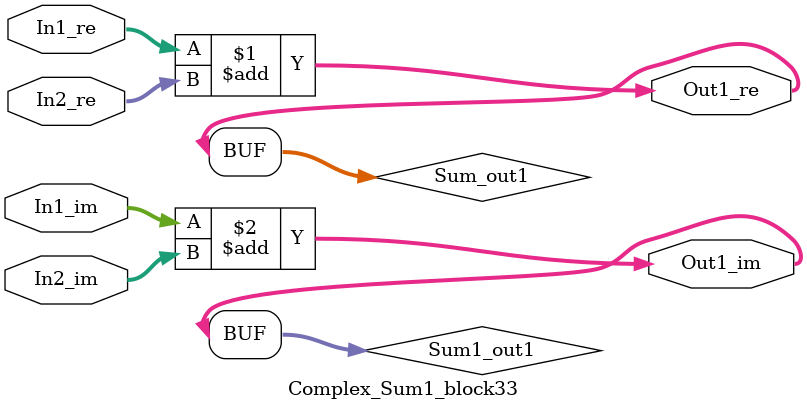
<source format=v>



`timescale 1 ns / 1 ns

module Complex_Sum1_block33
          (In1_re,
           In1_im,
           In2_re,
           In2_im,
           Out1_re,
           Out1_im);


  input   signed [36:0] In1_re;  // sfix37_En22
  input   signed [36:0] In1_im;  // sfix37_En22
  input   signed [36:0] In2_re;  // sfix37_En22
  input   signed [36:0] In2_im;  // sfix37_En22
  output  signed [36:0] Out1_re;  // sfix37_En22
  output  signed [36:0] Out1_im;  // sfix37_En22


  wire signed [36:0] Sum_out1;  // sfix37_En22
  wire signed [36:0] Sum1_out1;  // sfix37_En22


  assign Sum_out1 = In1_re + In2_re;



  assign Out1_re = Sum_out1;

  assign Sum1_out1 = In1_im + In2_im;



  assign Out1_im = Sum1_out1;

endmodule  // Complex_Sum1_block33


</source>
